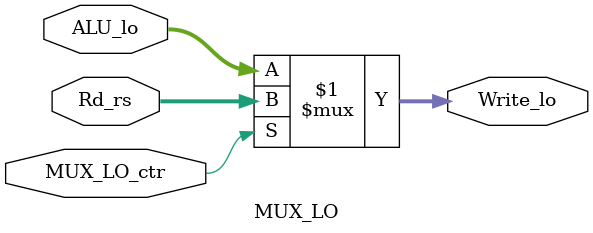
<source format=v>
`timescale 1ns / 1ps

module MUX_LO(
    input MUX_LO_ctr,
    input [31:0] Rd_rs,
    input [31:0] ALU_lo,
    output [31:0] Write_lo
    );
    assign Write_lo = MUX_LO_ctr ? Rd_rs : ALU_lo;
endmodule

</source>
